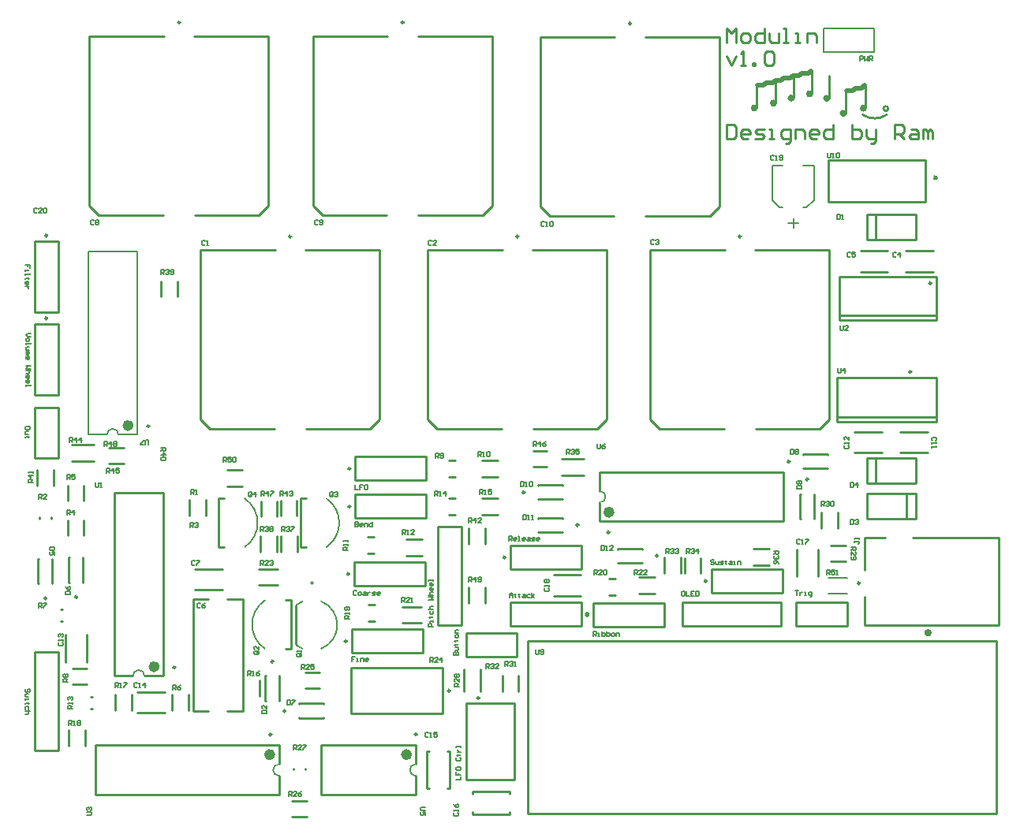
<source format=gto>
G04*
G04 #@! TF.GenerationSoftware,Altium Limited,Altium Designer,24.6.1 (21)*
G04*
G04 Layer_Color=65535*
%FSLAX44Y44*%
%MOMM*%
G71*
G04*
G04 #@! TF.SameCoordinates,44A1DD27-CD51-42AF-A16C-F6F8CAE25C75*
G04*
G04*
G04 #@! TF.FilePolarity,Positive*
G04*
G01*
G75*
%ADD10C,0.4000*%
%ADD11C,0.2500*%
%ADD12C,0.2540*%
%ADD13C,0.2000*%
%ADD14C,0.6000*%
%ADD15C,0.1524*%
%ADD16C,0.5080*%
%ADD17C,0.1520*%
%ADD18R,0.5080X0.5080*%
D10*
X1346930Y209550D02*
G03*
X1346930Y209550I-2000J0D01*
G01*
D11*
X905490Y635260D02*
G03*
X905490Y635260I-1250J0D01*
G01*
X1216402Y374379D02*
G03*
X1216402Y374379I-1250J0D01*
G01*
X1271910Y262890D02*
G03*
X1271910Y262890I-1250J0D01*
G01*
X1327130Y489820D02*
G03*
X1327130Y489820I-1250J0D01*
G01*
X399780Y636320D02*
G03*
X399780Y636320I-1250J0D01*
G01*
X1026140Y863860D02*
G03*
X1026140Y863860I-1250J0D01*
G01*
X1144250Y635260D02*
G03*
X1144250Y635260I-1250J0D01*
G01*
X509250Y431500D02*
G03*
X509250Y431500I-1250J0D01*
G01*
X891470Y290580D02*
G03*
X891470Y290580I-1250J0D01*
G01*
X725100Y345190D02*
G03*
X725100Y345190I-1250J0D01*
G01*
X863580Y139560D02*
G03*
X863580Y139560I-1250J0D01*
G01*
X912105Y360442D02*
G03*
X912105Y360442I-1250J0D01*
G01*
X969995Y325358D02*
G03*
X969995Y325358I-1250J0D01*
G01*
X1002980Y317500D02*
G03*
X1002980Y317500I-1250J0D01*
G01*
X1196578Y393462D02*
G03*
X1196578Y393462I-1250J0D01*
G01*
X1055085Y292338D02*
G03*
X1055085Y292338I-1250J0D01*
G01*
X542270Y865130D02*
G03*
X542270Y865130I-1250J0D01*
G01*
X661650Y635070D02*
G03*
X661650Y635070I-1250J0D01*
G01*
X1348500Y585040D02*
G03*
X1348500Y585040I-1250J0D01*
G01*
X782300Y865130D02*
G03*
X782300Y865130I-1250J0D01*
G01*
X723830Y272800D02*
G03*
X723830Y272800I-1250J0D01*
G01*
X721290Y200410D02*
G03*
X721290Y200410I-1250J0D01*
G01*
X725100Y385830D02*
G03*
X725100Y385830I-1250J0D01*
G01*
X980370Y228350D02*
G03*
X980370Y228350I-1250J0D01*
G01*
X642362Y178805D02*
G03*
X642362Y178805I-1250J0D01*
G01*
X640360Y100330D02*
G03*
X640360Y100330I-1250J0D01*
G01*
X796570D02*
G03*
X796570Y100330I-1250J0D01*
G01*
X655565Y125492D02*
G03*
X655565Y125492I-1250J0D01*
G01*
X537190Y172420D02*
G03*
X537190Y172420I-1250J0D01*
G01*
X398998Y246645D02*
G03*
X398998Y246645I-1250J0D01*
G01*
X831950Y147320D02*
G03*
X831950Y147320I-1250J0D01*
G01*
X432018Y247921D02*
G03*
X432018Y247921I-1250J0D01*
G01*
X399780Y547420D02*
G03*
X399780Y547420I-1250J0D01*
G01*
X980470Y230120D02*
G03*
X980470Y230120I-1250J0D01*
G01*
X1107370Y265180D02*
G03*
X1107370Y265180I-1250J0D01*
G01*
D12*
X1220351Y788371D02*
G03*
X1220351Y788371I-2540J0D01*
G01*
X1181623Y778390D02*
G03*
X1181623Y778390I-2540J0D01*
G01*
X1302180Y772535D02*
G03*
X1302180Y772535I-2540J0D01*
G01*
X1278146Y772889D02*
G03*
X1278146Y772889I-2540J0D01*
G01*
X1275080Y765810D02*
G03*
X1300480Y765810I12700J19262D01*
G01*
X1256477Y767484D02*
G03*
X1256477Y767484I-2540J0D01*
G01*
X1160852Y773044D02*
G03*
X1160852Y773044I-2540J0D01*
G01*
X1200621Y783734D02*
G03*
X1200621Y783734I-2540J0D01*
G01*
X1238745Y783559D02*
G03*
X1238745Y783559I-2540J0D01*
G01*
X915680Y15250D02*
Y200650D01*
Y15250D02*
X1418580D01*
Y200650D01*
X915680D02*
X1418580D01*
X888370Y146690D02*
Y163190D01*
X904870Y146690D02*
Y163190D01*
X808240Y620510D02*
X887990D01*
X920490D02*
X1000240D01*
Y438510D02*
Y620510D01*
X808240Y438510D02*
Y620510D01*
X990240Y428510D02*
X1000240Y438510D01*
X808240D02*
X818240Y428510D01*
X887240D01*
X921240D02*
X990240D01*
X1220351Y788371D02*
Y812979D01*
X1181623Y778390D02*
Y802998D01*
X1278146Y772889D02*
Y797497D01*
X1160852Y773044D02*
Y797652D01*
X1238745Y783559D02*
Y808167D01*
X1256477Y767484D02*
Y792092D01*
X1200621Y783734D02*
Y808342D01*
X952101Y378539D02*
X975759D01*
X952101Y396161D02*
X975759D01*
X1222652Y358684D02*
X1223140D01*
X1207640D02*
X1208128D01*
X1207640Y332184D02*
Y358684D01*
X1222652Y332184D02*
X1223140D01*
X1207640D02*
X1208128D01*
X1223140D02*
Y358684D01*
X1289050Y370040D02*
Y397040D01*
X1279560Y370040D02*
X1331560D01*
Y397040D01*
X1279560D02*
X1331560D01*
X1279560Y370040D02*
Y397040D01*
X1276660Y277390D02*
Y311890D01*
X1299160D01*
X1328160D02*
X1420660D01*
X1276660Y217890D02*
Y248390D01*
X1420660Y217890D02*
Y311890D01*
X1276660Y217890D02*
X1420660D01*
X1331560Y331940D02*
Y358940D01*
X1279560Y331940D02*
X1331560D01*
X1279560D02*
Y358940D01*
X1331560D01*
X1322070Y331940D02*
Y358940D01*
X1246980Y436320D02*
Y483320D01*
X1353980Y436320D02*
Y483320D01*
X1246980D02*
X1353980D01*
X1246980Y436320D02*
X1353980D01*
X1246980Y441320D02*
X1353980D01*
X411480Y553720D02*
Y629920D01*
X386080Y553720D02*
X411480D01*
X386080D02*
Y629920D01*
X411480D01*
X928890Y849110D02*
X1008640D01*
X1041140D02*
X1120890D01*
Y667110D02*
Y849110D01*
X928890Y667110D02*
Y849110D01*
X1110890Y657110D02*
X1120890Y667110D01*
X928890D02*
X938890Y657110D01*
X1007890D01*
X1041890D02*
X1110890D01*
X1047000Y620510D02*
X1126750D01*
X1159250D02*
X1239000D01*
Y438510D02*
Y620510D01*
X1047000Y438510D02*
Y620510D01*
X1229000Y428510D02*
X1239000Y438510D01*
X1047000D02*
X1057000Y428510D01*
X1126000D01*
X1160000D02*
X1229000D01*
X629040Y334900D02*
Y350900D01*
X646040Y334900D02*
Y350900D01*
X650630Y335300D02*
Y351300D01*
X667630Y335300D02*
Y351300D01*
X671200Y301660D02*
Y353660D01*
Y301660D02*
X677350D01*
X671200Y353660D02*
X677350D01*
X426321Y411401D02*
X449979D01*
X426321Y393779D02*
X449979D01*
X386080Y451480D02*
X411480D01*
Y396880D02*
Y451480D01*
X386080Y396880D02*
X411480D01*
X386080D02*
Y451480D01*
X539860Y571120D02*
Y587120D01*
X521860Y571120D02*
Y587120D01*
X655240Y192440D02*
X661390D01*
X655240Y244440D02*
X661390D01*
Y192440D02*
Y244440D01*
X942999Y271631D02*
X972161D01*
X942999Y249069D02*
X972161D01*
X896620Y303530D02*
X972820D01*
Y278130D02*
Y303530D01*
X896620Y278130D02*
X972820D01*
X896620D02*
Y303530D01*
X1002790Y268080D02*
X1009290D01*
X1002790Y250080D02*
X1009290D01*
X730250Y332740D02*
Y358140D01*
Y332740D02*
X806450D01*
Y358140D01*
X730250D02*
X806450D01*
X806650Y42230D02*
Y82230D01*
X828900D02*
X831650D01*
X806650D02*
X809400D01*
X831650Y42230D02*
Y82230D01*
X828900Y42230D02*
X831650D01*
X806650D02*
X809400D01*
X901080Y51410D02*
Y134010D01*
X848980Y51410D02*
X901080D01*
X848980D02*
Y134010D01*
X901080D01*
X662160Y28820D02*
X678160D01*
X662160Y11820D02*
X678160D01*
X926550Y368430D02*
X953050D01*
Y352930D02*
Y353418D01*
Y367942D02*
Y368430D01*
X926550Y352930D02*
X953050D01*
X926550D02*
Y353418D01*
Y367942D02*
Y368430D01*
Y317370D02*
X953050D01*
X926550Y332382D02*
Y332870D01*
Y317370D02*
Y317858D01*
Y332870D02*
X953050D01*
Y332382D02*
Y332870D01*
Y317370D02*
Y317858D01*
X992430Y329100D02*
X1189430D01*
X992430Y382100D02*
X1189430D01*
X992430Y329100D02*
Y349250D01*
Y361950D02*
Y382100D01*
X1189430Y329100D02*
Y382100D01*
X1211024Y401450D02*
X1237524D01*
Y385950D02*
Y386438D01*
Y400962D02*
Y401450D01*
X1211024Y385950D02*
X1237524D01*
X1211024D02*
Y386438D01*
Y400962D02*
Y401450D01*
X1157319Y299621D02*
X1174401D01*
X1157319Y282039D02*
X1174401D01*
X1100700Y273940D02*
Y289940D01*
X1083700Y273940D02*
Y289940D01*
X1061819Y273399D02*
Y290481D01*
X1079401Y273399D02*
Y290481D01*
X1011640Y284350D02*
X1038140D01*
X1011640Y299362D02*
Y299850D01*
Y284350D02*
Y284838D01*
Y299850D02*
X1038140D01*
Y299362D02*
Y299850D01*
Y284350D02*
Y284838D01*
X1248311Y321659D02*
Y338741D01*
X1230729Y321659D02*
Y338741D01*
X1226671Y269899D02*
Y299061D01*
X1204109Y269899D02*
Y299061D01*
X1240810Y303140D02*
X1256810D01*
X1240810Y286140D02*
X1256810D01*
X445020Y850380D02*
X524770D01*
X557270D02*
X637020D01*
Y668380D02*
Y850380D01*
X445020Y668380D02*
Y850380D01*
X627020Y658380D02*
X637020Y668380D01*
X445020D02*
X455020Y658380D01*
X524020D01*
X558020D02*
X627020D01*
X564400Y620320D02*
X644150D01*
X676650D02*
X756400D01*
Y438320D02*
Y620320D01*
X564400Y438320D02*
Y620320D01*
X746400Y428320D02*
X756400Y438320D01*
X564400D02*
X574400Y428320D01*
X643400D01*
X677400D02*
X746400D01*
X1249750Y550540D02*
X1353750D01*
X1353750Y545540D02*
Y591540D01*
X1249750D02*
X1353750D01*
X1249750Y545540D02*
Y591540D01*
Y545540D02*
X1353750D01*
X1238250Y716915D02*
X1342390D01*
X1238250Y672465D02*
Y716915D01*
Y672465D02*
X1342390D01*
Y716915D01*
X1289050Y631660D02*
Y658660D01*
X1279560Y631660D02*
X1331560D01*
Y658660D01*
X1279560D02*
X1331560D01*
X1279560Y631660D02*
Y658660D01*
X1315109Y402739D02*
X1344271D01*
X1315109Y425301D02*
X1344271D01*
X1321021Y619611D02*
X1350183D01*
X1321021Y597049D02*
X1350183D01*
X1272367D02*
X1301529D01*
X1272367Y619611D02*
X1301529D01*
X1266017Y425301D02*
X1295179D01*
X1266017Y402739D02*
X1295179D01*
X798050Y658380D02*
X867050D01*
X695050D02*
X764050D01*
X685050Y668380D02*
X695050Y658380D01*
X867050D02*
X877050Y668380D01*
X685050D02*
Y850380D01*
X877050Y668380D02*
Y850380D01*
X797300D02*
X877050D01*
X685050D02*
X764800D01*
X440591Y87979D02*
Y105061D01*
X423009Y87979D02*
Y105061D01*
X490121Y126079D02*
Y143161D01*
X472539Y126079D02*
Y143161D01*
X496397Y123339D02*
X525559D01*
X496397Y145901D02*
X525559D01*
X446314Y128370D02*
X447766D01*
X446314Y140870D02*
X447766D01*
X856300Y36420D02*
Y39170D01*
Y14170D02*
Y16920D01*
Y14170D02*
X896300D01*
Y36420D02*
Y39170D01*
Y14170D02*
Y16920D01*
X856300Y39170D02*
X896300D01*
X847169Y146921D02*
Y170579D01*
X864791Y146921D02*
Y170579D01*
X728980Y285750D02*
X805180D01*
Y260350D02*
Y285750D01*
X728980Y260350D02*
X805180D01*
X728980D02*
Y285750D01*
X726440Y213360D02*
X802640D01*
Y187960D02*
Y213360D01*
X726440Y187960D02*
X802640D01*
X726440D02*
Y213360D01*
X730250Y398780D02*
X806450D01*
Y373380D02*
Y398780D01*
X730250Y373380D02*
X806450D01*
X730250D02*
Y398780D01*
X819150Y217810D02*
Y323210D01*
X844550D01*
Y217810D02*
Y323210D01*
X819150Y217810D02*
X844550D01*
X985520Y241300D02*
X1061720D01*
Y215900D02*
Y241300D01*
X985520Y215900D02*
X1061720D01*
X985520D02*
Y241300D01*
X1203330Y217170D02*
Y242570D01*
X1257930D01*
Y217170D02*
Y242570D01*
X1203330Y217170D02*
X1257930D01*
X831140Y354440D02*
X837640D01*
X831140Y336440D02*
X837640D01*
X831140Y377080D02*
X837640D01*
X831140Y395080D02*
X837640D01*
X744580Y222140D02*
X751080D01*
X744580Y240140D02*
X751080D01*
X743510Y294530D02*
X750010D01*
X743510Y312530D02*
X750010D01*
X785209Y309781D02*
X802291D01*
X785209Y292199D02*
X802291D01*
X781149Y237100D02*
X801271D01*
X781149Y220100D02*
X801271D01*
X866119Y377289D02*
X883201D01*
X866119Y394871D02*
X883201D01*
X391260Y332363D02*
Y333815D01*
X403760Y332363D02*
Y333815D01*
X552549Y335629D02*
Y352711D01*
X570131Y335629D02*
Y352711D01*
X551081Y126079D02*
Y143161D01*
X533499Y126079D02*
Y143161D01*
X558189Y255419D02*
X587351D01*
X558189Y277981D02*
X587351D01*
X649100Y136610D02*
Y163110D01*
X633600Y136610D02*
X634088D01*
X648612D02*
X649100D01*
X633600D02*
Y163110D01*
X634088D01*
X648612D02*
X649100D01*
X388719Y367379D02*
Y384461D01*
X406301Y367379D02*
Y384461D01*
X627062Y277740D02*
X647184D01*
X627062Y260740D02*
X647184D01*
X465710Y408550D02*
X481710D01*
X465710Y391550D02*
X481710D01*
X646331Y296259D02*
Y313341D01*
X628749Y296259D02*
Y313341D01*
X852269Y305149D02*
Y322231D01*
X869851Y305149D02*
Y322231D01*
X650339Y296629D02*
Y313711D01*
X667921Y296629D02*
Y313711D01*
X1035029Y269141D02*
X1052111D01*
X1035029Y251559D02*
X1052111D01*
X866489Y336649D02*
X883571D01*
X866489Y354231D02*
X883571D01*
X852269Y241649D02*
Y258731D01*
X869851Y241649D02*
Y258731D01*
X451410Y88730D02*
X648410D01*
X451410Y35730D02*
X648410D01*
Y68580D02*
Y88730D01*
Y35730D02*
Y55880D01*
X451410Y35730D02*
Y88730D01*
X921066Y404740D02*
X936066D01*
X921066Y387740D02*
X936066D01*
X386080Y83190D02*
Y188590D01*
Y83190D02*
X411480D01*
Y188590D01*
X386080D02*
X411480D01*
X583570Y353660D02*
X589720D01*
X583570Y301660D02*
X589720D01*
X583570D02*
Y353660D01*
X676810Y62425D02*
Y63878D01*
X664310Y62425D02*
Y63878D01*
X627281Y141319D02*
Y158401D01*
X609699Y141319D02*
Y158401D01*
X693220Y35730D02*
Y88730D01*
X795220Y35730D02*
Y55880D01*
Y68580D02*
Y88730D01*
X693220Y35730D02*
X795220D01*
X693220Y88730D02*
X795220D01*
X670010Y133480D02*
X696510D01*
Y117980D02*
Y118468D01*
Y132992D02*
Y133480D01*
X670010Y117980D02*
X696510D01*
X670010D02*
Y118468D01*
Y132992D02*
Y133480D01*
X471340Y360120D02*
X524340D01*
X471340Y163120D02*
X491490D01*
X504190D02*
X524340D01*
X471340D02*
Y360120D01*
X524340Y163120D02*
Y360120D01*
X389760Y262340D02*
Y288840D01*
X404772D02*
X405260D01*
X389760D02*
X390248D01*
X405260Y262340D02*
Y288840D01*
X404772Y262340D02*
X405260D01*
X389760D02*
X390248D01*
X419249Y178021D02*
Y207183D01*
X441811Y178021D02*
Y207183D01*
X414564Y222350D02*
X416016D01*
X414564Y234850D02*
X416016D01*
X426840Y154060D02*
X441840D01*
X426840Y171060D02*
X441840D01*
X725800Y122520D02*
Y172120D01*
X823600D01*
Y122520D02*
Y172120D01*
X725800Y122520D02*
X823600D01*
X422780Y263616D02*
Y290116D01*
X437792D02*
X438280D01*
X422780D02*
X423268D01*
X438280Y263616D02*
Y290116D01*
X437792Y263616D02*
X438280D01*
X422780D02*
X423268D01*
X666465Y197205D02*
Y238475D01*
X1186810Y217170D02*
Y242570D01*
X1081410Y217170D02*
X1186810D01*
X1081410D02*
Y242570D01*
X1186810D01*
X849000Y209550D02*
X903600D01*
X849000Y184150D02*
Y209550D01*
Y184150D02*
X903600D01*
Y209550D01*
X593180Y245420D02*
X609430D01*
X556430D02*
X572680D01*
X556430Y125420D02*
Y245420D01*
X593180Y125420D02*
X609430D01*
X556430D02*
X572680D01*
X609430D02*
Y245420D01*
X422030Y314580D02*
Y330580D01*
X439030Y314580D02*
Y330580D01*
X422030Y351410D02*
Y367410D01*
X439030Y351410D02*
Y367410D01*
X677030Y150250D02*
X692030D01*
X677030Y167250D02*
X692030D01*
X386080Y541020D02*
X411480D01*
X386080Y464820D02*
Y541020D01*
Y464820D02*
X411480D01*
Y541020D01*
X1112520Y252730D02*
Y278130D01*
Y252730D02*
X1188720D01*
Y278130D01*
X1112520D02*
X1188720D01*
X972820Y217170D02*
Y242570D01*
X896620D02*
X972820D01*
X896620Y217170D02*
Y242570D01*
Y217170D02*
X972820D01*
X592710Y366920D02*
X608710D01*
X592710Y384920D02*
X608710D01*
X1129030Y829307D02*
X1134108Y819150D01*
X1139187Y829307D01*
X1144265Y819150D02*
X1149343D01*
X1146804D01*
Y834385D01*
X1144265Y831846D01*
X1156961Y819150D02*
Y821689D01*
X1159500D01*
Y819150D01*
X1156961D01*
X1169657Y831846D02*
X1172196Y834385D01*
X1177274D01*
X1179814Y831846D01*
Y821689D01*
X1177274Y819150D01*
X1172196D01*
X1169657Y821689D01*
Y831846D01*
X1129030Y755643D02*
Y740408D01*
X1136647D01*
X1139187Y742947D01*
Y753104D01*
X1136647Y755643D01*
X1129030D01*
X1151883Y740408D02*
X1146804D01*
X1144265Y742947D01*
Y748026D01*
X1146804Y750565D01*
X1151883D01*
X1154422Y748026D01*
Y745487D01*
X1144265D01*
X1159500Y740408D02*
X1167118D01*
X1169657Y742947D01*
X1167118Y745487D01*
X1162039D01*
X1159500Y748026D01*
X1162039Y750565D01*
X1169657D01*
X1174735Y740408D02*
X1179814D01*
X1177274D01*
Y750565D01*
X1174735D01*
X1192510Y735330D02*
X1195049D01*
X1197588Y737869D01*
Y750565D01*
X1189970D01*
X1187431Y748026D01*
Y742947D01*
X1189970Y740408D01*
X1197588D01*
X1202666D02*
Y750565D01*
X1210284D01*
X1212823Y748026D01*
Y740408D01*
X1225519D02*
X1220440D01*
X1217901Y742947D01*
Y748026D01*
X1220440Y750565D01*
X1225519D01*
X1228058Y748026D01*
Y745487D01*
X1217901D01*
X1243293Y755643D02*
Y740408D01*
X1235676D01*
X1233136Y742947D01*
Y748026D01*
X1235676Y750565D01*
X1243293D01*
X1263606Y755643D02*
Y740408D01*
X1271224D01*
X1273763Y742947D01*
Y745487D01*
Y748026D01*
X1271224Y750565D01*
X1263606D01*
X1278841D02*
Y742947D01*
X1281381Y740408D01*
X1288998D01*
Y737869D01*
X1286459Y735330D01*
X1283920D01*
X1288998Y740408D02*
Y750565D01*
X1309312Y740408D02*
Y755643D01*
X1316929D01*
X1319468Y753104D01*
Y748026D01*
X1316929Y745487D01*
X1309312D01*
X1314390D02*
X1319468Y740408D01*
X1327086Y750565D02*
X1332164D01*
X1334704Y748026D01*
Y740408D01*
X1327086D01*
X1324547Y742947D01*
X1327086Y745487D01*
X1334704D01*
X1339782Y740408D02*
Y750565D01*
X1342321D01*
X1344860Y748026D01*
Y740408D01*
Y748026D01*
X1347399Y750565D01*
X1349939Y748026D01*
Y740408D01*
X1129030Y843280D02*
Y858515D01*
X1134108Y853437D01*
X1139187Y858515D01*
Y843280D01*
X1146804D02*
X1151883D01*
X1154422Y845819D01*
Y850898D01*
X1151883Y853437D01*
X1146804D01*
X1144265Y850898D01*
Y845819D01*
X1146804Y843280D01*
X1169657Y858515D02*
Y843280D01*
X1162039D01*
X1159500Y845819D01*
Y850898D01*
X1162039Y853437D01*
X1169657D01*
X1174735D02*
Y845819D01*
X1177274Y843280D01*
X1184892D01*
Y853437D01*
X1189970Y843280D02*
X1195049D01*
X1192510D01*
Y858515D01*
X1189970D01*
X1202666Y843280D02*
X1207745D01*
X1205205D01*
Y853437D01*
X1202666D01*
X1215362Y843280D02*
Y853437D01*
X1222980D01*
X1225519Y850898D01*
Y843280D01*
D13*
X699350Y301660D02*
G03*
X699350Y353660I-17783J26000D01*
G01*
X476250Y422200D02*
G03*
X463550Y422200I-6350J0D01*
G01*
X633240Y244440D02*
G03*
X633240Y192440I17783J-26000D01*
G01*
X992430Y349250D02*
G03*
X992430Y361950I0J6350D01*
G01*
X648410Y68580D02*
G03*
X648410Y55880I0J-6350D01*
G01*
X611720Y301660D02*
G03*
X611720Y353660I-17783J26000D01*
G01*
X795220Y68580D02*
G03*
X795220Y55880I0J-6350D01*
G01*
X504190Y163120D02*
G03*
X491490Y163120I-6350J0D01*
G01*
X1232540Y833120D02*
X1287140D01*
Y858520D01*
X1232540D02*
X1287140D01*
X1232540Y833120D02*
Y858520D01*
X1222650Y674060D02*
Y711060D01*
X1214650Y666060D02*
X1222650Y674060D01*
X1177650D02*
X1185650Y666060D01*
X1177650Y674060D02*
Y711060D01*
X1211150D02*
X1222650D01*
X1177650D02*
X1189150D01*
X1211150Y666060D02*
X1214650D01*
X1185650D02*
X1189150D01*
X496400Y422200D02*
Y619200D01*
X443400Y422200D02*
Y619200D01*
X476250Y422200D02*
X496400D01*
X443400D02*
X463550D01*
X443400Y619200D02*
X496400D01*
X1238349Y268850D02*
X1258471D01*
X1238349Y251850D02*
X1258471D01*
D14*
X489400Y432200D02*
G03*
X489400Y432200I-3000J0D01*
G01*
X1005430Y339100D02*
G03*
X1005430Y339100I-3000J0D01*
G01*
X641410Y78730D02*
G03*
X641410Y78730I-3000J0D01*
G01*
X788220D02*
G03*
X788220Y78730I-3000J0D01*
G01*
X517340Y173120D02*
G03*
X517340Y173120I-3000J0D01*
G01*
D15*
X693526Y192399D02*
G03*
X693541Y243275I-9916J25441D01*
G01*
X666961Y196198D02*
G03*
X673694Y192399I16649J21642D01*
G01*
X684880Y262925D02*
G03*
X684880Y262925I-1270J0D01*
G01*
X673679Y243275D02*
G03*
X666961Y239482I9931J-25435D01*
G01*
X1205598Y649336D02*
X1195150D01*
X1200374Y654560D02*
Y644112D01*
X1354455Y696808D02*
X1351069Y700194D01*
X1354455D02*
X1351069Y696808D01*
X1354455Y698501D02*
X1351069D01*
X1352762Y700194D02*
Y696808D01*
X1050714Y630533D02*
X1049867Y631379D01*
X1048175D01*
X1047328Y630533D01*
Y627147D01*
X1048175Y626301D01*
X1049867D01*
X1050714Y627147D01*
X1052406Y630533D02*
X1053253Y631379D01*
X1054946D01*
X1055792Y630533D01*
Y629686D01*
X1054946Y628840D01*
X1054099D01*
X1054946D01*
X1055792Y627994D01*
Y627147D01*
X1054946Y626301D01*
X1053253D01*
X1052406Y627147D01*
X451274Y370839D02*
Y366607D01*
X452121Y365761D01*
X453814D01*
X454660Y366607D01*
Y370839D01*
X456353Y365761D02*
X458046D01*
X457199D01*
Y370839D01*
X456353Y369993D01*
X534248Y148221D02*
Y153299D01*
X536787D01*
X537634Y152453D01*
Y150760D01*
X536787Y149914D01*
X534248D01*
X535941D02*
X537634Y148221D01*
X542712Y153299D02*
X541019Y152453D01*
X539326Y150760D01*
Y149067D01*
X540173Y148221D01*
X541866D01*
X542712Y149067D01*
Y149914D01*
X541866Y150760D01*
X539326D01*
X810709Y177801D02*
Y182879D01*
X813248D01*
X814094Y182033D01*
Y180340D01*
X813248Y179494D01*
X810709D01*
X812402D02*
X814094Y177801D01*
X819173D02*
X815787D01*
X819173Y181186D01*
Y182033D01*
X818326Y182879D01*
X816634D01*
X815787Y182033D01*
X823405Y177801D02*
Y182879D01*
X820866Y180340D01*
X824251D01*
X1236982Y725169D02*
Y720937D01*
X1237829Y720091D01*
X1239521D01*
X1240368Y720937D01*
Y725169D01*
X1242060Y720091D02*
X1243753D01*
X1242907D01*
Y725169D01*
X1242060Y724323D01*
X1246292D02*
X1247139Y725169D01*
X1248832D01*
X1249678Y724323D01*
Y720937D01*
X1248832Y720091D01*
X1247139D01*
X1246292Y720937D01*
Y724323D01*
X924138Y191769D02*
Y187537D01*
X924985Y186691D01*
X926677D01*
X927524Y187537D01*
Y191769D01*
X929216Y187537D02*
X930063Y186691D01*
X931756D01*
X932602Y187537D01*
Y190923D01*
X931756Y191769D01*
X930063D01*
X929216Y190923D01*
Y190076D01*
X930063Y189230D01*
X932602D01*
X990178Y412749D02*
Y408517D01*
X991024Y407671D01*
X992717D01*
X993564Y408517D01*
Y412749D01*
X998642D02*
X996949Y411903D01*
X995256Y410210D01*
Y408517D01*
X996103Y407671D01*
X997796D01*
X998642Y408517D01*
Y409364D01*
X997796Y410210D01*
X995256D01*
X805179Y22012D02*
X800947D01*
X800101Y21165D01*
Y19473D01*
X800947Y18626D01*
X805179D01*
Y13548D02*
Y16934D01*
X802640D01*
X803486Y15241D01*
Y14394D01*
X802640Y13548D01*
X800947D01*
X800101Y14394D01*
Y16087D01*
X800947Y16934D01*
X1247988Y494029D02*
Y489797D01*
X1248835Y488951D01*
X1250527D01*
X1251374Y489797D01*
Y494029D01*
X1255606Y488951D02*
Y494029D01*
X1253066Y491490D01*
X1256452D01*
X441961Y13548D02*
X446193D01*
X447039Y14395D01*
Y16087D01*
X446193Y16934D01*
X441961D01*
X442807Y18626D02*
X441961Y19473D01*
Y21166D01*
X442807Y22012D01*
X443654D01*
X444500Y21166D01*
Y20319D01*
Y21166D01*
X445346Y22012D01*
X446193D01*
X447039Y21166D01*
Y19473D01*
X446193Y18626D01*
X1250528Y539749D02*
Y535517D01*
X1251375Y534671D01*
X1253067D01*
X1253914Y535517D01*
Y539749D01*
X1258992Y534671D02*
X1255606D01*
X1258992Y538056D01*
Y538903D01*
X1258146Y539749D01*
X1256453D01*
X1255606Y538903D01*
X588772Y392684D02*
Y397762D01*
X591311D01*
X592158Y396916D01*
Y395223D01*
X591311Y394377D01*
X588772D01*
X590465D02*
X592158Y392684D01*
X597236Y397762D02*
X593850D01*
Y395223D01*
X595543Y396070D01*
X596390D01*
X597236Y395223D01*
Y393530D01*
X596390Y392684D01*
X594697D01*
X593850Y393530D01*
X598929Y396916D02*
X599775Y397762D01*
X601468D01*
X602314Y396916D01*
Y393530D01*
X601468Y392684D01*
X599775D01*
X598929Y393530D01*
Y396916D01*
X851749Y264161D02*
Y269239D01*
X854288D01*
X855134Y268393D01*
Y266700D01*
X854288Y265854D01*
X851749D01*
X853442D02*
X855134Y264161D01*
X859366D02*
Y269239D01*
X856827Y266700D01*
X860213D01*
X861906Y265007D02*
X862752Y264161D01*
X864445D01*
X865291Y265007D01*
Y268393D01*
X864445Y269239D01*
X862752D01*
X861906Y268393D01*
Y267546D01*
X862752Y266700D01*
X865291D01*
X460589Y410211D02*
Y415289D01*
X463128D01*
X463974Y414443D01*
Y412750D01*
X463128Y411904D01*
X460589D01*
X462282D02*
X463974Y410211D01*
X468206D02*
Y415289D01*
X465667Y412750D01*
X469053D01*
X470746Y414443D02*
X471592Y415289D01*
X473285D01*
X474131Y414443D01*
Y413596D01*
X473285Y412750D01*
X474131Y411904D01*
Y411057D01*
X473285Y410211D01*
X471592D01*
X470746Y411057D01*
Y411904D01*
X471592Y412750D01*
X470746Y413596D01*
Y414443D01*
X471592Y412750D02*
X473285D01*
X629499Y356871D02*
Y361949D01*
X632038D01*
X632884Y361103D01*
Y359410D01*
X632038Y358564D01*
X629499D01*
X631192D02*
X632884Y356871D01*
X637116D02*
Y361949D01*
X634577Y359410D01*
X637963D01*
X639656Y361949D02*
X643041D01*
Y361103D01*
X639656Y357717D01*
Y356871D01*
X921599Y410211D02*
Y415289D01*
X924138D01*
X924984Y414443D01*
Y412750D01*
X924138Y411904D01*
X921599D01*
X923292D02*
X924984Y410211D01*
X929216D02*
Y415289D01*
X926677Y412750D01*
X930063D01*
X935141Y415289D02*
X933448Y414443D01*
X931756Y412750D01*
Y411057D01*
X932602Y410211D01*
X934295D01*
X935141Y411057D01*
Y411904D01*
X934295Y412750D01*
X931756D01*
X463479Y381001D02*
Y386079D01*
X466018D01*
X466864Y385233D01*
Y383540D01*
X466018Y382694D01*
X463479D01*
X465172D02*
X466864Y381001D01*
X471096D02*
Y386079D01*
X468557Y383540D01*
X471943D01*
X477021Y386079D02*
X473636D01*
Y383540D01*
X475328Y384386D01*
X476175D01*
X477021Y383540D01*
Y381847D01*
X476175Y381001D01*
X474482D01*
X473636Y381847D01*
X423293Y414021D02*
Y419099D01*
X425832D01*
X426678Y418253D01*
Y416560D01*
X425832Y415714D01*
X423293D01*
X424986D02*
X426678Y414021D01*
X430910D02*
Y419099D01*
X428371Y416560D01*
X431757D01*
X435989Y414021D02*
Y419099D01*
X433450Y416560D01*
X436835D01*
X649819Y356871D02*
Y361949D01*
X652358D01*
X653204Y361103D01*
Y359410D01*
X652358Y358564D01*
X649819D01*
X651512D02*
X653204Y356871D01*
X657436D02*
Y361949D01*
X654897Y359410D01*
X658283D01*
X659976Y361103D02*
X660822Y361949D01*
X662515D01*
X663361Y361103D01*
Y360256D01*
X662515Y359410D01*
X661668D01*
X662515D01*
X663361Y358564D01*
Y357717D01*
X662515Y356871D01*
X660822D01*
X659976Y357717D01*
X851749Y327661D02*
Y332739D01*
X854288D01*
X855134Y331893D01*
Y330200D01*
X854288Y329354D01*
X851749D01*
X853442D02*
X855134Y327661D01*
X859366D02*
Y332739D01*
X856827Y330200D01*
X860213D01*
X865291Y327661D02*
X861906D01*
X865291Y331046D01*
Y331893D01*
X864445Y332739D01*
X862752D01*
X861906Y331893D01*
X384809Y371265D02*
X379731D01*
Y373805D01*
X380577Y374651D01*
X382270D01*
X383116Y373805D01*
Y371265D01*
Y372958D02*
X384809Y374651D01*
Y378883D02*
X379731D01*
X382270Y376344D01*
Y379729D01*
X384809Y381422D02*
Y383115D01*
Y382268D01*
X379731D01*
X380577Y381422D01*
X521971Y408091D02*
X527049D01*
Y405552D01*
X526203Y404706D01*
X524510D01*
X523664Y405552D01*
Y408091D01*
Y406398D02*
X521971Y404706D01*
Y400474D02*
X527049D01*
X524510Y403013D01*
Y399627D01*
X526203Y397934D02*
X527049Y397088D01*
Y395395D01*
X526203Y394549D01*
X522817D01*
X521971Y395395D01*
Y397088D01*
X522817Y397934D01*
X526203D01*
X521549Y594361D02*
Y599439D01*
X524088D01*
X524934Y598593D01*
Y596900D01*
X524088Y596054D01*
X521549D01*
X523242D02*
X524934Y594361D01*
X526627Y598593D02*
X527474Y599439D01*
X529166D01*
X530013Y598593D01*
Y597746D01*
X529166Y596900D01*
X528320D01*
X529166D01*
X530013Y596054D01*
Y595207D01*
X529166Y594361D01*
X527474D01*
X526627Y595207D01*
X531706D02*
X532552Y594361D01*
X534245D01*
X535091Y595207D01*
Y598593D01*
X534245Y599439D01*
X532552D01*
X531706Y598593D01*
Y597746D01*
X532552Y596900D01*
X535091D01*
X628229Y318771D02*
Y323849D01*
X630768D01*
X631614Y323003D01*
Y321310D01*
X630768Y320464D01*
X628229D01*
X629922D02*
X631614Y318771D01*
X633307Y323003D02*
X634154Y323849D01*
X635846D01*
X636693Y323003D01*
Y322156D01*
X635846Y321310D01*
X635000D01*
X635846D01*
X636693Y320464D01*
Y319617D01*
X635846Y318771D01*
X634154D01*
X633307Y319617D01*
X638386Y323003D02*
X639232Y323849D01*
X640925D01*
X641771Y323003D01*
Y322156D01*
X640925Y321310D01*
X641771Y320464D01*
Y319617D01*
X640925Y318771D01*
X639232D01*
X638386Y319617D01*
Y320464D01*
X639232Y321310D01*
X638386Y322156D01*
Y323003D01*
X639232Y321310D02*
X640925D01*
X651089Y318771D02*
Y323849D01*
X653628D01*
X654474Y323003D01*
Y321310D01*
X653628Y320464D01*
X651089D01*
X652782D02*
X654474Y318771D01*
X656167Y323003D02*
X657014Y323849D01*
X658706D01*
X659553Y323003D01*
Y322156D01*
X658706Y321310D01*
X657860D01*
X658706D01*
X659553Y320464D01*
Y319617D01*
X658706Y318771D01*
X657014D01*
X656167Y319617D01*
X661246Y323849D02*
X664631D01*
Y323003D01*
X661246Y319617D01*
Y318771D01*
X1179831Y297601D02*
X1184909D01*
Y295062D01*
X1184063Y294216D01*
X1182370D01*
X1181524Y295062D01*
Y297601D01*
Y295908D02*
X1179831Y294216D01*
X1184063Y292523D02*
X1184909Y291676D01*
Y289984D01*
X1184063Y289137D01*
X1183216D01*
X1182370Y289984D01*
Y290830D01*
Y289984D01*
X1181524Y289137D01*
X1180677D01*
X1179831Y289984D01*
Y291676D01*
X1180677Y292523D01*
X1184909Y284059D02*
X1184063Y285752D01*
X1182370Y287444D01*
X1180677D01*
X1179831Y286598D01*
Y284905D01*
X1180677Y284059D01*
X1181524D01*
X1182370Y284905D01*
Y287444D01*
X957159Y401321D02*
Y406399D01*
X959698D01*
X960544Y405553D01*
Y403860D01*
X959698Y403014D01*
X957159D01*
X958852D02*
X960544Y401321D01*
X962237Y405553D02*
X963084Y406399D01*
X964776D01*
X965623Y405553D01*
Y404706D01*
X964776Y403860D01*
X963930D01*
X964776D01*
X965623Y403014D01*
Y402167D01*
X964776Y401321D01*
X963084D01*
X962237Y402167D01*
X970701Y406399D02*
X967316D01*
Y403860D01*
X969008Y404706D01*
X969855D01*
X970701Y403860D01*
Y402167D01*
X969855Y401321D01*
X968162D01*
X967316Y402167D01*
X1085429Y294641D02*
Y299719D01*
X1087968D01*
X1088814Y298873D01*
Y297180D01*
X1087968Y296334D01*
X1085429D01*
X1087122D02*
X1088814Y294641D01*
X1090507Y298873D02*
X1091354Y299719D01*
X1093046D01*
X1093893Y298873D01*
Y298026D01*
X1093046Y297180D01*
X1092200D01*
X1093046D01*
X1093893Y296334D01*
Y295487D01*
X1093046Y294641D01*
X1091354D01*
X1090507Y295487D01*
X1098125Y294641D02*
Y299719D01*
X1095586Y297180D01*
X1098971D01*
X1063839Y294641D02*
Y299719D01*
X1066378D01*
X1067224Y298873D01*
Y297180D01*
X1066378Y296334D01*
X1063839D01*
X1065532D02*
X1067224Y294641D01*
X1068917Y298873D02*
X1069764Y299719D01*
X1071456D01*
X1072303Y298873D01*
Y298026D01*
X1071456Y297180D01*
X1070610D01*
X1071456D01*
X1072303Y296334D01*
Y295487D01*
X1071456Y294641D01*
X1069764D01*
X1068917Y295487D01*
X1073996Y298873D02*
X1074842Y299719D01*
X1076535D01*
X1077381Y298873D01*
Y298026D01*
X1076535Y297180D01*
X1075688D01*
X1076535D01*
X1077381Y296334D01*
Y295487D01*
X1076535Y294641D01*
X1074842D01*
X1073996Y295487D01*
X870799Y171451D02*
Y176529D01*
X873338D01*
X874184Y175683D01*
Y173990D01*
X873338Y173144D01*
X870799D01*
X872492D02*
X874184Y171451D01*
X875877Y175683D02*
X876724Y176529D01*
X878416D01*
X879263Y175683D01*
Y174836D01*
X878416Y173990D01*
X877570D01*
X878416D01*
X879263Y173144D01*
Y172297D01*
X878416Y171451D01*
X876724D01*
X875877Y172297D01*
X884341Y171451D02*
X880956D01*
X884341Y174836D01*
Y175683D01*
X883495Y176529D01*
X881802D01*
X880956Y175683D01*
X890695Y173991D02*
Y179069D01*
X893234D01*
X894081Y178223D01*
Y176530D01*
X893234Y175684D01*
X890695D01*
X892388D02*
X894081Y173991D01*
X895774Y178223D02*
X896620Y179069D01*
X898313D01*
X899159Y178223D01*
Y177376D01*
X898313Y176530D01*
X897466D01*
X898313D01*
X899159Y175684D01*
Y174837D01*
X898313Y173991D01*
X896620D01*
X895774Y174837D01*
X900852Y173991D02*
X902545D01*
X901698D01*
Y179069D01*
X900852Y178223D01*
X1230209Y345441D02*
Y350519D01*
X1232748D01*
X1233594Y349673D01*
Y347980D01*
X1232748Y347134D01*
X1230209D01*
X1231902D02*
X1233594Y345441D01*
X1235287Y349673D02*
X1236134Y350519D01*
X1237826D01*
X1238673Y349673D01*
Y348826D01*
X1237826Y347980D01*
X1236980D01*
X1237826D01*
X1238673Y347134D01*
Y346287D01*
X1237826Y345441D01*
X1236134D01*
X1235287Y346287D01*
X1240366Y349673D02*
X1241212Y350519D01*
X1242905D01*
X1243751Y349673D01*
Y346287D01*
X1242905Y345441D01*
X1241212D01*
X1240366Y346287D01*
Y349673D01*
X1262381Y301411D02*
X1267459D01*
Y298872D01*
X1266613Y298025D01*
X1264920D01*
X1264074Y298872D01*
Y301411D01*
Y299718D02*
X1262381Y298025D01*
Y292947D02*
Y296333D01*
X1265766Y292947D01*
X1266613D01*
X1267459Y293794D01*
Y295486D01*
X1266613Y296333D01*
X1263227Y291254D02*
X1262381Y290408D01*
Y288715D01*
X1263227Y287869D01*
X1266613D01*
X1267459Y288715D01*
Y290408D01*
X1266613Y291254D01*
X1265766D01*
X1264920Y290408D01*
Y287869D01*
X842009Y151979D02*
X836931D01*
Y154518D01*
X837777Y155365D01*
X839470D01*
X840316Y154518D01*
Y151979D01*
Y153672D02*
X842009Y155365D01*
Y160443D02*
Y157057D01*
X838624Y160443D01*
X837777D01*
X836931Y159596D01*
Y157904D01*
X837777Y157057D01*
Y162136D02*
X836931Y162982D01*
Y164675D01*
X837777Y165521D01*
X838624D01*
X839470Y164675D01*
X840316Y165521D01*
X841163D01*
X842009Y164675D01*
Y162982D01*
X841163Y162136D01*
X840316D01*
X839470Y162982D01*
X838624Y162136D01*
X837777D01*
X839470Y162982D02*
Y164675D01*
X663789Y83821D02*
Y88899D01*
X666328D01*
X667174Y88053D01*
Y86360D01*
X666328Y85514D01*
X663789D01*
X665482D02*
X667174Y83821D01*
X672253D02*
X668867D01*
X672253Y87206D01*
Y88053D01*
X671406Y88899D01*
X669714D01*
X668867Y88053D01*
X673946Y88899D02*
X677331D01*
Y88053D01*
X673946Y84667D01*
Y83821D01*
X658709Y34291D02*
Y39369D01*
X661248D01*
X662094Y38523D01*
Y36830D01*
X661248Y35984D01*
X658709D01*
X660402D02*
X662094Y34291D01*
X667173D02*
X663787D01*
X667173Y37676D01*
Y38523D01*
X666326Y39369D01*
X664634D01*
X663787Y38523D01*
X672251Y39369D02*
X670558Y38523D01*
X668866Y36830D01*
Y35137D01*
X669712Y34291D01*
X671405D01*
X672251Y35137D01*
Y35984D01*
X671405Y36830D01*
X668866D01*
X672679Y170181D02*
Y175259D01*
X675218D01*
X676064Y174413D01*
Y172720D01*
X675218Y171874D01*
X672679D01*
X674372D02*
X676064Y170181D01*
X681143D02*
X677757D01*
X681143Y173566D01*
Y174413D01*
X680296Y175259D01*
X678604D01*
X677757Y174413D01*
X686221Y175259D02*
X682836D01*
Y172720D01*
X684528Y173566D01*
X685375D01*
X686221Y172720D01*
Y171027D01*
X685375Y170181D01*
X683682D01*
X682836Y171027D01*
X628229Y281941D02*
Y287019D01*
X630768D01*
X631614Y286173D01*
Y284480D01*
X630768Y283634D01*
X628229D01*
X629922D02*
X631614Y281941D01*
X636693D02*
X633307D01*
X636693Y285326D01*
Y286173D01*
X635846Y287019D01*
X634154D01*
X633307Y286173D01*
X638386D02*
X639232Y287019D01*
X640925D01*
X641771Y286173D01*
Y285326D01*
X640925Y284480D01*
X640078D01*
X640925D01*
X641771Y283634D01*
Y282787D01*
X640925Y281941D01*
X639232D01*
X638386Y282787D01*
X1030079Y271781D02*
Y276859D01*
X1032618D01*
X1033464Y276013D01*
Y274320D01*
X1032618Y273474D01*
X1030079D01*
X1031772D02*
X1033464Y271781D01*
X1038543D02*
X1035157D01*
X1038543Y275166D01*
Y276013D01*
X1037696Y276859D01*
X1036004D01*
X1035157Y276013D01*
X1043621Y271781D02*
X1040236D01*
X1043621Y275166D01*
Y276013D01*
X1042775Y276859D01*
X1041082D01*
X1040236Y276013D01*
X780205Y242571D02*
Y247649D01*
X782745D01*
X783591Y246803D01*
Y245110D01*
X782745Y244264D01*
X780205D01*
X781898D02*
X783591Y242571D01*
X788669D02*
X785284D01*
X788669Y245956D01*
Y246803D01*
X787823Y247649D01*
X786130D01*
X785284Y246803D01*
X790362Y242571D02*
X792055D01*
X791208D01*
Y247649D01*
X790362Y246803D01*
X986369Y271781D02*
Y276859D01*
X988908D01*
X989754Y276013D01*
Y274320D01*
X988908Y273474D01*
X986369D01*
X988062D02*
X989754Y271781D01*
X994833D02*
X991447D01*
X994833Y275166D01*
Y276013D01*
X993986Y276859D01*
X992294D01*
X991447Y276013D01*
X996526D02*
X997372Y276859D01*
X999065D01*
X999911Y276013D01*
Y272627D01*
X999065Y271781D01*
X997372D01*
X996526Y272627D01*
Y276013D01*
X723899Y224792D02*
X718821D01*
Y227331D01*
X719667Y228178D01*
X721360D01*
X722206Y227331D01*
Y224792D01*
Y226485D02*
X723899Y228178D01*
Y229870D02*
Y231563D01*
Y230717D01*
X718821D01*
X719667Y229870D01*
X723053Y234102D02*
X723899Y234949D01*
Y236642D01*
X723053Y237488D01*
X719667D01*
X718821Y236642D01*
Y234949D01*
X719667Y234102D01*
X720514D01*
X721360Y234949D01*
Y237488D01*
X422912Y110491D02*
Y115569D01*
X425451D01*
X426298Y114723D01*
Y113030D01*
X425451Y112184D01*
X422912D01*
X424605D02*
X426298Y110491D01*
X427990D02*
X429683D01*
X428837D01*
Y115569D01*
X427990Y114723D01*
X432222D02*
X433069Y115569D01*
X434762D01*
X435608Y114723D01*
Y113876D01*
X434762Y113030D01*
X435608Y112184D01*
Y111337D01*
X434762Y110491D01*
X433069D01*
X432222Y111337D01*
Y112184D01*
X433069Y113030D01*
X432222Y113876D01*
Y114723D01*
X433069Y113030D02*
X434762D01*
X472442Y151131D02*
Y156209D01*
X474981D01*
X475828Y155363D01*
Y153670D01*
X474981Y152824D01*
X472442D01*
X474135D02*
X475828Y151131D01*
X477520D02*
X479213D01*
X478367D01*
Y156209D01*
X477520Y155363D01*
X481752Y156209D02*
X485138D01*
Y155363D01*
X481752Y151977D01*
Y151131D01*
X614682Y163831D02*
Y168909D01*
X617221D01*
X618068Y168063D01*
Y166370D01*
X617221Y165524D01*
X614682D01*
X616375D02*
X618068Y163831D01*
X619760D02*
X621453D01*
X620607D01*
Y168909D01*
X619760Y168063D01*
X627378Y168909D02*
X625685Y168063D01*
X623992Y166370D01*
Y164677D01*
X624839Y163831D01*
X626532D01*
X627378Y164677D01*
Y165524D01*
X626532Y166370D01*
X623992D01*
X863602Y358141D02*
Y363219D01*
X866141D01*
X866988Y362373D01*
Y360680D01*
X866141Y359834D01*
X863602D01*
X865295D02*
X866988Y358141D01*
X868680D02*
X870373D01*
X869527D01*
Y363219D01*
X868680Y362373D01*
X876298Y363219D02*
X872912D01*
Y360680D01*
X874605Y361526D01*
X875452D01*
X876298Y360680D01*
Y358987D01*
X875452Y358141D01*
X873759D01*
X872912Y358987D01*
X815342Y356871D02*
Y361949D01*
X817881D01*
X818728Y361103D01*
Y359410D01*
X817881Y358564D01*
X815342D01*
X817035D02*
X818728Y356871D01*
X820420D02*
X822113D01*
X821267D01*
Y361949D01*
X820420Y361103D01*
X827192Y356871D02*
Y361949D01*
X824652Y359410D01*
X828038D01*
X426719Y128272D02*
X421641D01*
Y130811D01*
X422487Y131658D01*
X424180D01*
X425026Y130811D01*
Y128272D01*
Y129965D02*
X426719Y131658D01*
Y133350D02*
Y135043D01*
Y134197D01*
X421641D01*
X422487Y133350D01*
Y137582D02*
X421641Y138429D01*
Y140122D01*
X422487Y140968D01*
X423334D01*
X424180Y140122D01*
Y139275D01*
Y140122D01*
X425026Y140968D01*
X425873D01*
X426719Y140122D01*
Y138429D01*
X425873Y137582D01*
X781052Y314961D02*
Y320039D01*
X783591D01*
X784438Y319193D01*
Y317500D01*
X783591Y316654D01*
X781052D01*
X782745D02*
X784438Y314961D01*
X786130D02*
X787823D01*
X786977D01*
Y320039D01*
X786130Y319193D01*
X793748Y314961D02*
X790362D01*
X793748Y318346D01*
Y319193D01*
X792902Y320039D01*
X791209D01*
X790362Y319193D01*
X722629Y298029D02*
X717551D01*
Y300568D01*
X718397Y301414D01*
X720090D01*
X720936Y300568D01*
Y298029D01*
Y299721D02*
X722629Y301414D01*
Y303107D02*
Y304800D01*
Y303953D01*
X717551D01*
X718397Y303107D01*
X722629Y307339D02*
Y309032D01*
Y308185D01*
X717551D01*
X718397Y307339D01*
X862332Y398781D02*
Y403859D01*
X864871D01*
X865718Y403013D01*
Y401320D01*
X864871Y400474D01*
X862332D01*
X864025D02*
X865718Y398781D01*
X867410D02*
X869103D01*
X868257D01*
Y403859D01*
X867410Y403013D01*
X871642D02*
X872489Y403859D01*
X874182D01*
X875028Y403013D01*
Y399627D01*
X874182Y398781D01*
X872489D01*
X871642Y399627D01*
Y403013D01*
X816188Y397511D02*
Y402589D01*
X818727D01*
X819574Y401743D01*
Y400050D01*
X818727Y399204D01*
X816188D01*
X817881D02*
X819574Y397511D01*
X821266Y398357D02*
X822113Y397511D01*
X823806D01*
X824652Y398357D01*
Y401743D01*
X823806Y402589D01*
X822113D01*
X821266Y401743D01*
Y400896D01*
X822113Y400050D01*
X824652D01*
X421639Y157058D02*
X416561D01*
Y159597D01*
X417407Y160444D01*
X419100D01*
X419946Y159597D01*
Y157058D01*
Y158751D02*
X421639Y160444D01*
X417407Y162136D02*
X416561Y162983D01*
Y164676D01*
X417407Y165522D01*
X418254D01*
X419100Y164676D01*
X419946Y165522D01*
X420793D01*
X421639Y164676D01*
Y162983D01*
X420793Y162136D01*
X419946D01*
X419100Y162983D01*
X418254Y162136D01*
X417407D01*
X419100Y162983D02*
Y164676D01*
X390738Y236221D02*
Y241299D01*
X393277D01*
X394124Y240453D01*
Y238760D01*
X393277Y237914D01*
X390738D01*
X392431D02*
X394124Y236221D01*
X395816Y241299D02*
X399202D01*
Y240453D01*
X395816Y237067D01*
Y236221D01*
X421218Y374651D02*
Y379729D01*
X423757D01*
X424604Y378883D01*
Y377190D01*
X423757Y376344D01*
X421218D01*
X422911D02*
X424604Y374651D01*
X429682Y379729D02*
X426296D01*
Y377190D01*
X427989Y378036D01*
X428836D01*
X429682Y377190D01*
Y375497D01*
X428836Y374651D01*
X427143D01*
X426296Y375497D01*
X421218Y336151D02*
Y341229D01*
X423757D01*
X424604Y340383D01*
Y338690D01*
X423757Y337844D01*
X421218D01*
X422911D02*
X424604Y336151D01*
X428836D02*
Y341229D01*
X426296Y338690D01*
X429682D01*
X553298Y322581D02*
Y327659D01*
X555837D01*
X556684Y326813D01*
Y325120D01*
X555837Y324274D01*
X553298D01*
X554991D02*
X556684Y322581D01*
X558376Y326813D02*
X559223Y327659D01*
X560916D01*
X561762Y326813D01*
Y325966D01*
X560916Y325120D01*
X560069D01*
X560916D01*
X561762Y324274D01*
Y323427D01*
X560916Y322581D01*
X559223D01*
X558376Y323427D01*
X390738Y353409D02*
Y358488D01*
X393277D01*
X394124Y357641D01*
Y355949D01*
X393277Y355102D01*
X390738D01*
X392431D02*
X394124Y353409D01*
X399202D02*
X395816D01*
X399202Y356795D01*
Y357641D01*
X398356Y358488D01*
X396663D01*
X395816Y357641D01*
X554144Y358141D02*
Y363219D01*
X556684D01*
X557530Y362373D01*
Y360680D01*
X556684Y359834D01*
X554144D01*
X555837D02*
X557530Y358141D01*
X559223D02*
X560916D01*
X560069D01*
Y363219D01*
X559223Y362373D01*
X618914Y356447D02*
Y359833D01*
X618067Y360679D01*
X616375D01*
X615528Y359833D01*
Y356447D01*
X616375Y355601D01*
X618067D01*
X617221Y357294D02*
X618914Y355601D01*
X618067D02*
X618914Y356447D01*
X623146Y355601D02*
Y360679D01*
X620606Y358140D01*
X623992D01*
X706544Y356447D02*
Y359833D01*
X705697Y360679D01*
X704005D01*
X703158Y359833D01*
Y356447D01*
X704005Y355601D01*
X705697D01*
X704851Y357294D02*
X706544Y355601D01*
X705697D02*
X706544Y356447D01*
X708236Y359833D02*
X709083Y360679D01*
X710776D01*
X711622Y359833D01*
Y358986D01*
X710776Y358140D01*
X709929D01*
X710776D01*
X711622Y357294D01*
Y356447D01*
X710776Y355601D01*
X709083D01*
X708236Y356447D01*
X625613Y189654D02*
X622227D01*
X621381Y188807D01*
Y187115D01*
X622227Y186268D01*
X625613D01*
X626459Y187115D01*
Y188807D01*
X624766Y187961D02*
X626459Y189654D01*
Y188807D02*
X625613Y189654D01*
X626459Y194732D02*
Y191346D01*
X623074Y194732D01*
X622227D01*
X621381Y193886D01*
Y192193D01*
X622227Y191346D01*
X671333Y187360D02*
X667947D01*
X667101Y186514D01*
Y184821D01*
X667947Y183974D01*
X671333D01*
X672179Y184821D01*
Y186514D01*
X670486Y185667D02*
X672179Y187360D01*
Y186514D02*
X671333Y187360D01*
X672179Y189053D02*
Y190746D01*
Y189899D01*
X667101D01*
X667947Y189053D01*
X380153Y146047D02*
X380999Y146893D01*
Y148586D01*
X380153Y149432D01*
X379306D01*
X378460Y148586D01*
Y146893D01*
X377614Y146047D01*
X376767D01*
X375921Y146893D01*
Y148586D01*
X376767Y149432D01*
X379306Y144354D02*
X376767D01*
X375921Y143507D01*
X376767Y142661D01*
X375921Y141815D01*
X376767Y140968D01*
X379306D01*
X375921Y139276D02*
Y137583D01*
Y138429D01*
X379306D01*
Y139276D01*
X380153Y134197D02*
X379306D01*
Y135044D01*
Y133351D01*
Y134197D01*
X376767D01*
X375921Y133351D01*
X379306Y127426D02*
Y129965D01*
X378460Y130812D01*
X376767D01*
X375921Y129965D01*
Y127426D01*
X380999Y125733D02*
X375921D01*
X378460D01*
X379306Y124887D01*
Y123194D01*
X378460Y122348D01*
X375921D01*
X835661Y185848D02*
X840739D01*
Y188387D01*
X839893Y189233D01*
X839046D01*
X838200Y188387D01*
Y185848D01*
Y188387D01*
X837354Y189233D01*
X836507D01*
X835661Y188387D01*
Y185848D01*
X837354Y190926D02*
X839893D01*
X840739Y191772D01*
Y194312D01*
X837354D01*
X836507Y196851D02*
X837354D01*
Y196004D01*
Y197697D01*
Y196851D01*
X839893D01*
X840739Y197697D01*
X836507Y201083D02*
X837354D01*
Y200236D01*
Y201929D01*
Y201083D01*
X839893D01*
X840739Y201929D01*
Y205315D02*
Y207008D01*
X839893Y207854D01*
X838200D01*
X837354Y207008D01*
Y205315D01*
X838200Y204468D01*
X839893D01*
X840739Y205315D01*
Y209547D02*
X837354D01*
Y212086D01*
X838200Y212932D01*
X840739D01*
X380999Y428835D02*
Y430528D01*
X380153Y431375D01*
X376767D01*
X375921Y430528D01*
Y428835D01*
X376767Y427989D01*
X380153D01*
X380999Y428835D01*
X379306Y426296D02*
X376767D01*
X375921Y425450D01*
Y422911D01*
X379306D01*
X380153Y420372D02*
X379306D01*
Y421218D01*
Y419525D01*
Y420372D01*
X376767D01*
X375921Y419525D01*
X1202693Y254846D02*
X1206078D01*
X1204386D01*
Y249767D01*
X1207771Y253153D02*
Y249767D01*
Y251460D01*
X1208618Y252306D01*
X1209464Y253153D01*
X1210310D01*
X1212850Y249767D02*
X1214542D01*
X1213696D01*
Y253153D01*
X1212850D01*
X1218774Y248074D02*
X1219621D01*
X1220467Y248921D01*
Y253153D01*
X1217928D01*
X1217082Y252306D01*
Y250614D01*
X1217928Y249767D01*
X1220467D01*
X1082889Y253999D02*
X1081196D01*
X1080350Y253153D01*
Y249767D01*
X1081196Y248921D01*
X1082889D01*
X1083735Y249767D01*
Y253153D01*
X1082889Y253999D01*
X1085428D02*
Y248921D01*
X1088814D01*
X1093892Y253999D02*
X1090506D01*
Y248921D01*
X1093892D01*
X1090506Y251460D02*
X1092199D01*
X1095585Y253999D02*
Y248921D01*
X1098124D01*
X1098970Y249767D01*
Y253153D01*
X1098124Y253999D01*
X1095585D01*
X814069Y215908D02*
X808991D01*
Y218447D01*
X809837Y219294D01*
X811530D01*
X812376Y218447D01*
Y215908D01*
X814069Y220987D02*
Y222679D01*
Y221833D01*
X810684D01*
Y220987D01*
X809837Y226065D02*
X810684D01*
Y225219D01*
Y226911D01*
Y226065D01*
X813223D01*
X814069Y226911D01*
X810684Y232836D02*
Y230297D01*
X811530Y229450D01*
X813223D01*
X814069Y230297D01*
Y232836D01*
X808991Y234529D02*
X814069D01*
X811530D01*
X810684Y235375D01*
Y237068D01*
X811530Y237915D01*
X814069D01*
X808991Y244686D02*
X814069D01*
X812376Y246378D01*
X814069Y248071D01*
X808991D01*
Y249764D02*
X814069D01*
X811530D01*
X810684Y250610D01*
Y252303D01*
X811530Y253150D01*
X814069D01*
Y257381D02*
Y255689D01*
X813223Y254842D01*
X811530D01*
X810684Y255689D01*
Y257381D01*
X811530Y258228D01*
X812376D01*
Y254842D01*
X814069Y262460D02*
Y260767D01*
X813223Y259921D01*
X811530D01*
X810684Y260767D01*
Y262460D01*
X811530Y263306D01*
X812376D01*
Y259921D01*
X814069Y264999D02*
Y266692D01*
Y265845D01*
X808991D01*
Y264999D01*
X985525Y205741D02*
Y210819D01*
X988064D01*
X988910Y209973D01*
Y208280D01*
X988064Y207434D01*
X985525D01*
X987217D02*
X988910Y205741D01*
X990603D02*
X992296D01*
X991449D01*
Y209126D01*
X990603D01*
X994835Y210819D02*
Y205741D01*
X997374D01*
X998220Y206587D01*
Y207434D01*
Y208280D01*
X997374Y209126D01*
X994835D01*
X999913Y210819D02*
Y205741D01*
X1002452D01*
X1003299Y206587D01*
Y207434D01*
Y208280D01*
X1002452Y209126D01*
X999913D01*
X1005838Y205741D02*
X1007531D01*
X1008377Y206587D01*
Y208280D01*
X1007531Y209126D01*
X1005838D01*
X1004992Y208280D01*
Y206587D01*
X1005838Y205741D01*
X1010070D02*
Y209126D01*
X1012609D01*
X1013456Y208280D01*
Y205741D01*
X382269Y531274D02*
X378884D01*
X377191Y529581D01*
X378884Y527889D01*
X382269D01*
X377191Y525349D02*
Y523657D01*
X378037Y522810D01*
X379730D01*
X380576Y523657D01*
Y525349D01*
X379730Y526196D01*
X378037D01*
X377191Y525349D01*
Y521117D02*
Y519425D01*
Y520271D01*
X382269D01*
Y521117D01*
X380576Y516885D02*
X378037D01*
X377191Y516039D01*
Y513500D01*
X380576D01*
X377191Y511807D02*
X380576D01*
Y510961D01*
X379730Y510114D01*
X377191D01*
X379730D01*
X380576Y509268D01*
X379730Y508422D01*
X377191D01*
Y504190D02*
Y505882D01*
X378037Y506729D01*
X379730D01*
X380576Y505882D01*
Y504190D01*
X379730Y503343D01*
X378884D01*
Y506729D01*
X382269Y496572D02*
X377191D01*
X378884Y494879D01*
X377191Y493186D01*
X382269D01*
Y491494D02*
X377191D01*
X379730D01*
X380576Y490647D01*
Y488955D01*
X379730Y488108D01*
X377191D01*
Y483876D02*
Y485569D01*
X378037Y486415D01*
X379730D01*
X380576Y485569D01*
Y483876D01*
X379730Y483030D01*
X378884D01*
Y486415D01*
X377191Y478798D02*
Y480491D01*
X378037Y481337D01*
X379730D01*
X380576Y480491D01*
Y478798D01*
X379730Y477951D01*
X378884D01*
Y481337D01*
X377191Y476259D02*
Y474566D01*
Y475412D01*
X382269D01*
Y476259D01*
X380999Y601130D02*
Y604516D01*
X378460D01*
Y602823D01*
Y604516D01*
X375921D01*
Y599437D02*
Y597745D01*
Y598591D01*
X379306D01*
Y599437D01*
X375921Y595206D02*
Y593513D01*
Y594359D01*
X380999D01*
Y595206D01*
X380153Y590127D02*
X379306D01*
Y590974D01*
Y589281D01*
Y590127D01*
X376767D01*
X375921Y589281D01*
Y584202D02*
Y585895D01*
X376767Y586742D01*
X378460D01*
X379306Y585895D01*
Y584202D01*
X378460Y583356D01*
X377614D01*
Y586742D01*
X379306Y581663D02*
X375921D01*
X377614D01*
X378460Y580817D01*
X379306Y579971D01*
Y579124D01*
X1115064Y287443D02*
X1114218Y288289D01*
X1112525D01*
X1111678Y287443D01*
Y286596D01*
X1112525Y285750D01*
X1114218D01*
X1115064Y284904D01*
Y284057D01*
X1114218Y283211D01*
X1112525D01*
X1111678Y284057D01*
X1116757Y286596D02*
Y284057D01*
X1117603Y283211D01*
X1120143D01*
Y286596D01*
X1121835Y283211D02*
X1124374D01*
X1125221Y284057D01*
X1124374Y284904D01*
X1122682D01*
X1121835Y285750D01*
X1122682Y286596D01*
X1125221D01*
X1127760Y287443D02*
Y286596D01*
X1126914D01*
X1128606D01*
X1127760D01*
Y284057D01*
X1128606Y283211D01*
X1131992Y286596D02*
X1133685D01*
X1134531Y285750D01*
Y283211D01*
X1131992D01*
X1131146Y284057D01*
X1131992Y284904D01*
X1134531D01*
X1136224Y283211D02*
X1137917D01*
X1137070D01*
Y286596D01*
X1136224D01*
X1140456Y283211D02*
Y286596D01*
X1142995D01*
X1143841Y285750D01*
Y283211D01*
X895355Y308611D02*
Y313689D01*
X897895D01*
X898741Y312843D01*
Y311150D01*
X897895Y310304D01*
X895355D01*
X897048D02*
X898741Y308611D01*
X902973D02*
X901280D01*
X900434Y309457D01*
Y311150D01*
X901280Y311996D01*
X902973D01*
X903819Y311150D01*
Y310304D01*
X900434D01*
X905512Y308611D02*
X907205D01*
X906358D01*
Y313689D01*
X905512D01*
X912283Y308611D02*
X910590D01*
X909744Y309457D01*
Y311150D01*
X910590Y311996D01*
X912283D01*
X913130Y311150D01*
Y310304D01*
X909744D01*
X915669Y311996D02*
X917362D01*
X918208Y311150D01*
Y308611D01*
X915669D01*
X914822Y309457D01*
X915669Y310304D01*
X918208D01*
X919901Y308611D02*
X922440D01*
X923286Y309457D01*
X922440Y310304D01*
X920747D01*
X919901Y311150D01*
X920747Y311996D01*
X923286D01*
X927518Y308611D02*
X925826D01*
X924979Y309457D01*
Y311150D01*
X925826Y311996D01*
X927518D01*
X928365Y311150D01*
Y310304D01*
X924979D01*
X896201Y247651D02*
Y251036D01*
X897894Y252729D01*
X899586Y251036D01*
Y247651D01*
Y250190D01*
X896201D01*
X902126Y251883D02*
Y251036D01*
X901279D01*
X902972D01*
X902126D01*
Y248497D01*
X902972Y247651D01*
X906358Y251883D02*
Y251036D01*
X905511D01*
X907204D01*
X906358D01*
Y248497D01*
X907204Y247651D01*
X910590Y251036D02*
X912282D01*
X913129Y250190D01*
Y247651D01*
X910590D01*
X909743Y248497D01*
X910590Y249344D01*
X913129D01*
X918207Y251036D02*
X915668D01*
X914822Y250190D01*
Y248497D01*
X915668Y247651D01*
X918207D01*
X919900D02*
Y252729D01*
Y249344D02*
X922439Y251036D01*
X919900Y249344D02*
X922439Y247651D01*
X838201Y51653D02*
X843279D01*
Y55038D01*
X838201Y60117D02*
Y56731D01*
X840740D01*
Y58424D01*
Y56731D01*
X843279D01*
X838201Y64349D02*
Y62656D01*
X839047Y61809D01*
X842433D01*
X843279Y62656D01*
Y64349D01*
X842433Y65195D01*
X839047D01*
X838201Y64349D01*
X839047Y75352D02*
X838201Y74505D01*
Y72812D01*
X839047Y71966D01*
X842433D01*
X843279Y72812D01*
Y74505D01*
X842433Y75352D01*
X839047Y77891D02*
X839894D01*
Y77044D01*
Y78737D01*
Y77891D01*
X842433D01*
X843279Y78737D01*
X839894Y81276D02*
X843279D01*
X841586D01*
X840740Y82123D01*
X839894Y82969D01*
Y83815D01*
X843279Y86355D02*
Y88047D01*
Y87201D01*
X838201D01*
Y86355D01*
X729830Y328929D02*
Y323851D01*
X732369D01*
X733215Y324697D01*
Y325544D01*
X732369Y326390D01*
X729830D01*
X732369D01*
X733215Y327236D01*
Y328083D01*
X732369Y328929D01*
X729830D01*
X737447Y323851D02*
X735754D01*
X734908Y324697D01*
Y326390D01*
X735754Y327236D01*
X737447D01*
X738294Y326390D01*
Y325544D01*
X734908D01*
X739986Y323851D02*
Y327236D01*
X742526D01*
X743372Y326390D01*
Y323851D01*
X748450Y328929D02*
Y323851D01*
X745911D01*
X745065Y324697D01*
Y326390D01*
X745911Y327236D01*
X748450D01*
X729828Y184149D02*
X726443D01*
Y181610D01*
X728136D01*
X726443D01*
Y179071D01*
X731521D02*
X733214D01*
X732368D01*
Y182456D01*
X731521D01*
X735753Y179071D02*
Y182456D01*
X738292D01*
X739139Y181610D01*
Y179071D01*
X743371D02*
X741678D01*
X740832Y179917D01*
Y181610D01*
X741678Y182456D01*
X743371D01*
X744217Y181610D01*
Y180764D01*
X740832D01*
X729829Y368299D02*
Y363221D01*
X733214D01*
X738293Y368299D02*
X734907D01*
Y365760D01*
X736600D01*
X734907D01*
Y363221D01*
X742525Y368299D02*
X740832D01*
X739986Y367453D01*
Y364067D01*
X740832Y363221D01*
X742525D01*
X743371Y364067D01*
Y367453D01*
X742525Y368299D01*
X731947Y254423D02*
X731100Y255269D01*
X729408D01*
X728561Y254423D01*
Y251037D01*
X729408Y250191D01*
X731100D01*
X731947Y251037D01*
X734486Y250191D02*
X736179D01*
X737025Y251037D01*
Y252730D01*
X736179Y253576D01*
X734486D01*
X733640Y252730D01*
Y251037D01*
X734486Y250191D01*
X739565Y253576D02*
X741257D01*
X742104Y252730D01*
Y250191D01*
X739565D01*
X738718Y251037D01*
X739565Y251884D01*
X742104D01*
X743796Y253576D02*
Y250191D01*
Y251884D01*
X744643Y252730D01*
X745489Y253576D01*
X746336D01*
X748875Y250191D02*
X751414D01*
X752260Y251037D01*
X751414Y251884D01*
X749721D01*
X748875Y252730D01*
X749721Y253576D01*
X752260D01*
X756492Y250191D02*
X754799D01*
X753953Y251037D01*
Y252730D01*
X754799Y253576D01*
X756492D01*
X757339Y252730D01*
Y251884D01*
X753953D01*
X1266191Y308610D02*
Y306917D01*
Y307764D01*
X1270423D01*
X1271269Y306917D01*
Y306071D01*
X1270423Y305224D01*
X1271269Y310303D02*
Y311996D01*
Y311149D01*
X1266191D01*
X1267037Y310303D01*
X994412Y303529D02*
Y298451D01*
X996951D01*
X997798Y299297D01*
Y302683D01*
X996951Y303529D01*
X994412D01*
X999490Y298451D02*
X1001183D01*
X1000337D01*
Y303529D01*
X999490Y302683D01*
X1007108Y298451D02*
X1003722D01*
X1007108Y301836D01*
Y302683D01*
X1006262Y303529D01*
X1004569D01*
X1003722Y302683D01*
X910169Y336549D02*
Y331471D01*
X912708D01*
X913554Y332317D01*
Y335703D01*
X912708Y336549D01*
X910169D01*
X915247Y331471D02*
X916940D01*
X916093D01*
Y336549D01*
X915247Y335703D01*
X919479Y331471D02*
X921172D01*
X920325D01*
Y336549D01*
X919479Y335703D01*
X908052Y372109D02*
Y367031D01*
X910591D01*
X911438Y367877D01*
Y371263D01*
X910591Y372109D01*
X908052D01*
X913130Y367031D02*
X914823D01*
X913977D01*
Y372109D01*
X913130Y371263D01*
X917362D02*
X918209Y372109D01*
X919902D01*
X920748Y371263D01*
Y367877D01*
X919902Y367031D01*
X918209D01*
X917362Y367877D01*
Y371263D01*
X1203961Y364068D02*
X1209039D01*
Y366607D01*
X1208193Y367454D01*
X1204807D01*
X1203961Y366607D01*
Y364068D01*
X1208193Y369146D02*
X1209039Y369993D01*
Y371686D01*
X1208193Y372532D01*
X1204807D01*
X1203961Y371686D01*
Y369993D01*
X1204807Y369146D01*
X1205654D01*
X1206500Y369993D01*
Y372532D01*
X1197188Y406399D02*
Y401321D01*
X1199727D01*
X1200574Y402167D01*
Y405553D01*
X1199727Y406399D01*
X1197188D01*
X1202266Y405553D02*
X1203113Y406399D01*
X1204806D01*
X1205652Y405553D01*
Y404706D01*
X1204806Y403860D01*
X1205652Y403014D01*
Y402167D01*
X1204806Y401321D01*
X1203113D01*
X1202266Y402167D01*
Y403014D01*
X1203113Y403860D01*
X1202266Y404706D01*
Y405553D01*
X1203113Y403860D02*
X1204806D01*
X657438Y137159D02*
Y132081D01*
X659977D01*
X660824Y132927D01*
Y136313D01*
X659977Y137159D01*
X657438D01*
X662516D02*
X665902D01*
Y136313D01*
X662516Y132927D01*
Y132081D01*
X419101Y251044D02*
X424179D01*
Y253584D01*
X423333Y254430D01*
X419947D01*
X419101Y253584D01*
Y251044D01*
Y259508D02*
X419947Y257815D01*
X421640Y256123D01*
X423333D01*
X424179Y256969D01*
Y258662D01*
X423333Y259508D01*
X422486D01*
X421640Y258662D01*
Y256123D01*
X407669Y301412D02*
X402591D01*
Y298873D01*
X403437Y298026D01*
X406823D01*
X407669Y298873D01*
Y301412D01*
Y292948D02*
Y296334D01*
X405130D01*
X405976Y294641D01*
Y293794D01*
X405130Y292948D01*
X403437D01*
X402591Y293794D01*
Y295487D01*
X403437Y296334D01*
X1261958Y370839D02*
Y365761D01*
X1264497D01*
X1265344Y366607D01*
Y369993D01*
X1264497Y370839D01*
X1261958D01*
X1269576Y365761D02*
Y370839D01*
X1267036Y368300D01*
X1270422D01*
X1261958Y331469D02*
Y326391D01*
X1264497D01*
X1265344Y327237D01*
Y330623D01*
X1264497Y331469D01*
X1261958D01*
X1267036Y330623D02*
X1267883Y331469D01*
X1269576D01*
X1270422Y330623D01*
Y329776D01*
X1269576Y328930D01*
X1268729D01*
X1269576D01*
X1270422Y328084D01*
Y327237D01*
X1269576Y326391D01*
X1267883D01*
X1267036Y327237D01*
X629921Y122768D02*
X634999D01*
Y125307D01*
X634153Y126154D01*
X630767D01*
X629921Y125307D01*
Y122768D01*
X634999Y131232D02*
Y127846D01*
X631614Y131232D01*
X630767D01*
X629921Y130386D01*
Y128693D01*
X630767Y127846D01*
X1247564Y659129D02*
Y654051D01*
X1250104D01*
X1250950Y654897D01*
Y658283D01*
X1250104Y659129D01*
X1247564D01*
X1252643Y654051D02*
X1254336D01*
X1253489D01*
Y659129D01*
X1252643Y658283D01*
X389164Y664633D02*
X388318Y665479D01*
X386625D01*
X385779Y664633D01*
Y661247D01*
X386625Y660401D01*
X388318D01*
X389164Y661247D01*
X394243Y660401D02*
X390857D01*
X394243Y663786D01*
Y664633D01*
X393396Y665479D01*
X391704D01*
X390857Y664633D01*
X395936D02*
X396782Y665479D01*
X398475D01*
X399321Y664633D01*
Y661247D01*
X398475Y660401D01*
X396782D01*
X395936Y661247D01*
Y664633D01*
X934297Y257388D02*
X933451Y256541D01*
Y254848D01*
X934297Y254002D01*
X937683D01*
X938529Y254848D01*
Y256541D01*
X937683Y257388D01*
X938529Y259080D02*
Y260773D01*
Y259927D01*
X933451D01*
X934297Y259080D01*
Y263312D02*
X933451Y264159D01*
Y265852D01*
X934297Y266698D01*
X935144D01*
X935990Y265852D01*
X936836Y266698D01*
X937683D01*
X938529Y265852D01*
Y264159D01*
X937683Y263312D01*
X936836D01*
X935990Y264159D01*
X935144Y263312D01*
X934297D01*
X935990Y264159D02*
Y265852D01*
X1207348Y309033D02*
X1206501Y309879D01*
X1204809D01*
X1203962Y309033D01*
Y305647D01*
X1204809Y304801D01*
X1206501D01*
X1207348Y305647D01*
X1209040Y304801D02*
X1210733D01*
X1209887D01*
Y309879D01*
X1209040Y309033D01*
X1213272Y309879D02*
X1216658D01*
Y309033D01*
X1213272Y305647D01*
Y304801D01*
X836507Y16088D02*
X835661Y15241D01*
Y13549D01*
X836507Y12702D01*
X839893D01*
X840739Y13549D01*
Y15241D01*
X839893Y16088D01*
X840739Y17780D02*
Y19473D01*
Y18627D01*
X835661D01*
X836507Y17780D01*
X835661Y25398D02*
X836507Y23705D01*
X838200Y22012D01*
X839893D01*
X840739Y22859D01*
Y24552D01*
X839893Y25398D01*
X839046D01*
X838200Y24552D01*
Y22012D01*
X808568Y102023D02*
X807721Y102869D01*
X806029D01*
X805182Y102023D01*
Y98637D01*
X806029Y97791D01*
X807721D01*
X808568Y98637D01*
X810260Y97791D02*
X811953D01*
X811107D01*
Y102869D01*
X810260Y102023D01*
X817878Y102869D02*
X814492D01*
Y100330D01*
X816185Y101176D01*
X817032D01*
X817878Y100330D01*
Y98637D01*
X817032Y97791D01*
X815339D01*
X814492Y98637D01*
X496148Y155363D02*
X495301Y156209D01*
X493609D01*
X492762Y155363D01*
Y151977D01*
X493609Y151131D01*
X495301D01*
X496148Y151977D01*
X497840Y151131D02*
X499533D01*
X498687D01*
Y156209D01*
X497840Y155363D01*
X504612Y151131D02*
Y156209D01*
X502072Y153670D01*
X505458D01*
X412327Y198968D02*
X411481Y198121D01*
Y196429D01*
X412327Y195582D01*
X415713D01*
X416559Y196429D01*
Y198121D01*
X415713Y198968D01*
X416559Y200660D02*
Y202353D01*
Y201507D01*
X411481D01*
X412327Y200660D01*
Y204892D02*
X411481Y205739D01*
Y207432D01*
X412327Y208278D01*
X413174D01*
X414020Y207432D01*
Y206585D01*
Y207432D01*
X414866Y208278D01*
X415713D01*
X416559Y207432D01*
Y205739D01*
X415713Y204892D01*
X1255607Y411058D02*
X1254761Y410211D01*
Y408518D01*
X1255607Y407672D01*
X1258993D01*
X1259839Y408518D01*
Y410211D01*
X1258993Y411058D01*
X1259839Y412750D02*
Y414443D01*
Y413597D01*
X1254761D01*
X1255607Y412750D01*
X1259839Y420368D02*
Y416982D01*
X1256454Y420368D01*
X1255607D01*
X1254761Y419522D01*
Y417829D01*
X1255607Y416982D01*
X1352973Y416136D02*
X1353819Y416982D01*
Y418675D01*
X1352973Y419521D01*
X1349587D01*
X1348741Y418675D01*
Y416982D01*
X1349587Y416136D01*
X1348741Y414443D02*
Y412750D01*
Y413597D01*
X1353819D01*
X1352973Y414443D01*
X1348741Y410211D02*
Y408518D01*
Y409365D01*
X1353819D01*
X1352973Y410211D01*
X933028Y650473D02*
X932181Y651319D01*
X930489D01*
X929642Y650473D01*
Y647087D01*
X930489Y646241D01*
X932181D01*
X933028Y647087D01*
X934720Y646241D02*
X936413D01*
X935567D01*
Y651319D01*
X934720Y650473D01*
X938952D02*
X939799Y651319D01*
X941492D01*
X942338Y650473D01*
Y647087D01*
X941492Y646241D01*
X939799D01*
X938952Y647087D01*
Y650473D01*
X690034Y651933D02*
X689187Y652779D01*
X687495D01*
X686648Y651933D01*
Y648547D01*
X687495Y647701D01*
X689187D01*
X690034Y648547D01*
X691726D02*
X692573Y647701D01*
X694266D01*
X695112Y648547D01*
Y651933D01*
X694266Y652779D01*
X692573D01*
X691726Y651933D01*
Y651086D01*
X692573Y650240D01*
X695112D01*
X450004Y651933D02*
X449157Y652779D01*
X447464D01*
X446618Y651933D01*
Y648547D01*
X447464Y647701D01*
X449157D01*
X450004Y648547D01*
X451696Y651933D02*
X452543Y652779D01*
X454236D01*
X455082Y651933D01*
Y651086D01*
X454236Y650240D01*
X455082Y649394D01*
Y648547D01*
X454236Y647701D01*
X452543D01*
X451696Y648547D01*
Y649394D01*
X452543Y650240D01*
X451696Y651086D01*
Y651933D01*
X452543Y650240D02*
X454236D01*
X557954Y286173D02*
X557107Y287019D01*
X555415D01*
X554568Y286173D01*
Y282787D01*
X555415Y281941D01*
X557107D01*
X557954Y282787D01*
X559646Y287019D02*
X563032D01*
Y286173D01*
X559646Y282787D01*
Y281941D01*
X564304Y240453D02*
X563457Y241299D01*
X561764D01*
X560918Y240453D01*
Y237067D01*
X561764Y236221D01*
X563457D01*
X564304Y237067D01*
X569382Y241299D02*
X567689Y240453D01*
X565996Y238760D01*
Y237067D01*
X566843Y236221D01*
X568536D01*
X569382Y237067D01*
Y237914D01*
X568536Y238760D01*
X565996D01*
X1261534Y617643D02*
X1260687Y618489D01*
X1258995D01*
X1258148Y617643D01*
Y614257D01*
X1258995Y613411D01*
X1260687D01*
X1261534Y614257D01*
X1266612Y618489D02*
X1263226D01*
Y615950D01*
X1264919Y616796D01*
X1265766D01*
X1266612Y615950D01*
Y614257D01*
X1265766Y613411D01*
X1264073D01*
X1263226Y614257D01*
X1310626Y617643D02*
X1309779Y618489D01*
X1308087D01*
X1307240Y617643D01*
Y614257D01*
X1308087Y613411D01*
X1309779D01*
X1310626Y614257D01*
X1314858Y613411D02*
Y618489D01*
X1312319Y615950D01*
X1315704D01*
X811954Y630343D02*
X811107Y631189D01*
X809415D01*
X808568Y630343D01*
Y626957D01*
X809415Y626111D01*
X811107D01*
X811954Y626957D01*
X817032Y626111D02*
X813646D01*
X817032Y629496D01*
Y630343D01*
X816186Y631189D01*
X814493D01*
X813646Y630343D01*
X568960D02*
X568114Y631189D01*
X566421D01*
X565574Y630343D01*
Y626957D01*
X566421Y626111D01*
X568114D01*
X568960Y626957D01*
X570653Y626111D02*
X572346D01*
X571499D01*
Y631189D01*
X570653Y630343D01*
D16*
X1273724Y794125D02*
X1276886Y797287D01*
X1266619Y794125D02*
X1273724D01*
X1264557Y792063D02*
X1266619Y794125D01*
X1178753Y799976D02*
X1181277Y802500D01*
X1168483Y797436D02*
X1171023Y799976D01*
X1162031Y797436D02*
X1168483D01*
X1171023Y799976D02*
X1178753D01*
X1257729Y792063D02*
X1264557D01*
X1206831Y807844D02*
X1209123Y810136D01*
X1216422D01*
X1219209Y812923D01*
X1190073Y805056D02*
X1197486D01*
X1187516Y802500D02*
X1190073Y805056D01*
X1181277Y802500D02*
X1187516D01*
X1197486Y805056D02*
X1200274Y807844D01*
X1206831D01*
D17*
X1272199Y824261D02*
Y829279D01*
X1274708D01*
X1275544Y828443D01*
Y826770D01*
X1274708Y825934D01*
X1272199D01*
X1277217Y829279D02*
Y824261D01*
X1278890Y825934D01*
X1280563Y824261D01*
Y829279D01*
X1282236Y824261D02*
Y829279D01*
X1284745D01*
X1285581Y828443D01*
Y826770D01*
X1284745Y825934D01*
X1282236D01*
X1283908D02*
X1285581Y824261D01*
X1179408Y721783D02*
X1178561Y722629D01*
X1176869D01*
X1176022Y721783D01*
Y718397D01*
X1176869Y717551D01*
X1178561D01*
X1179408Y718397D01*
X1181100Y717551D02*
X1182793D01*
X1181947D01*
Y722629D01*
X1181100Y721783D01*
X1185332Y718397D02*
X1186179Y717551D01*
X1187872D01*
X1188718Y718397D01*
Y721783D01*
X1187872Y722629D01*
X1186179D01*
X1185332Y721783D01*
Y720936D01*
X1186179Y720090D01*
X1188718D01*
X508422Y411481D02*
Y415713D01*
X507575Y416559D01*
X505883D01*
X505036Y415713D01*
Y411481D01*
X503344D02*
X499958D01*
Y412327D01*
X503344Y415713D01*
Y416559D01*
X1236135Y271781D02*
Y276859D01*
X1238674D01*
X1239521Y276013D01*
Y274320D01*
X1238674Y273474D01*
X1236135D01*
X1237828D02*
X1239521Y271781D01*
X1244599Y276859D02*
X1241214D01*
Y274320D01*
X1242906Y275166D01*
X1243753D01*
X1244599Y274320D01*
Y272627D01*
X1243753Y271781D01*
X1242060D01*
X1241214Y272627D01*
X1246292Y271781D02*
X1247985D01*
X1247138D01*
Y276859D01*
X1246292Y276013D01*
D18*
X1217812Y788371D02*
D03*
X1179083Y778390D02*
D03*
X1275500Y772818D02*
D03*
X1253937Y767484D02*
D03*
X1158312Y773044D02*
D03*
X1198081Y783734D02*
D03*
X1236205Y783559D02*
D03*
M02*

</source>
